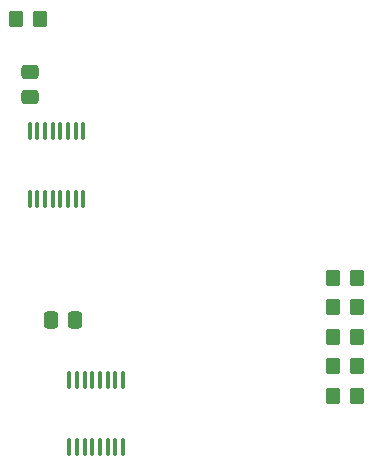
<source format=gtp>
%TF.GenerationSoftware,KiCad,Pcbnew,7.0.6*%
%TF.CreationDate,2023-07-13T14:44:59+02:00*%
%TF.ProjectId,LH_HeadLogicBoard_FreeJoy,4c485f48-6561-4644-9c6f-676963426f61,rev?*%
%TF.SameCoordinates,Original*%
%TF.FileFunction,Paste,Top*%
%TF.FilePolarity,Positive*%
%FSLAX46Y46*%
G04 Gerber Fmt 4.6, Leading zero omitted, Abs format (unit mm)*
G04 Created by KiCad (PCBNEW 7.0.6) date 2023-07-13 14:44:59*
%MOMM*%
%LPD*%
G01*
G04 APERTURE LIST*
G04 Aperture macros list*
%AMRoundRect*
0 Rectangle with rounded corners*
0 $1 Rounding radius*
0 $2 $3 $4 $5 $6 $7 $8 $9 X,Y pos of 4 corners*
0 Add a 4 corners polygon primitive as box body*
4,1,4,$2,$3,$4,$5,$6,$7,$8,$9,$2,$3,0*
0 Add four circle primitives for the rounded corners*
1,1,$1+$1,$2,$3*
1,1,$1+$1,$4,$5*
1,1,$1+$1,$6,$7*
1,1,$1+$1,$8,$9*
0 Add four rect primitives between the rounded corners*
20,1,$1+$1,$2,$3,$4,$5,0*
20,1,$1+$1,$4,$5,$6,$7,0*
20,1,$1+$1,$6,$7,$8,$9,0*
20,1,$1+$1,$8,$9,$2,$3,0*%
G04 Aperture macros list end*
%ADD10RoundRect,0.250000X-0.350000X-0.450000X0.350000X-0.450000X0.350000X0.450000X-0.350000X0.450000X0*%
%ADD11RoundRect,0.250000X-0.337500X-0.475000X0.337500X-0.475000X0.337500X0.475000X-0.337500X0.475000X0*%
%ADD12RoundRect,0.250000X0.475000X-0.337500X0.475000X0.337500X-0.475000X0.337500X-0.475000X-0.337500X0*%
%ADD13RoundRect,0.100000X0.100000X-0.637500X0.100000X0.637500X-0.100000X0.637500X-0.100000X-0.637500X0*%
G04 APERTURE END LIST*
D10*
X59750000Y-65250000D03*
X61750000Y-65250000D03*
X59750000Y-62750000D03*
X61750000Y-62750000D03*
D11*
X35862500Y-58800000D03*
X37937500Y-58800000D03*
D12*
X34050000Y-39912500D03*
X34050000Y-37837500D03*
D10*
X59750000Y-60250000D03*
X61750000Y-60250000D03*
X59750000Y-57750000D03*
X61750000Y-57750000D03*
X32900000Y-33375000D03*
X34900000Y-33375000D03*
X59775000Y-55250000D03*
X61775000Y-55250000D03*
D13*
X37425000Y-69587500D03*
X38075000Y-69587500D03*
X38725000Y-69587500D03*
X39375000Y-69587500D03*
X40025000Y-69587500D03*
X40675000Y-69587500D03*
X41325000Y-69587500D03*
X41975000Y-69587500D03*
X41975000Y-63862500D03*
X41325000Y-63862500D03*
X40675000Y-63862500D03*
X40025000Y-63862500D03*
X39375000Y-63862500D03*
X38725000Y-63862500D03*
X38075000Y-63862500D03*
X37425000Y-63862500D03*
X34050000Y-48569000D03*
X34700000Y-48569000D03*
X35350000Y-48569000D03*
X36000000Y-48569000D03*
X36650000Y-48569000D03*
X37300000Y-48569000D03*
X37950000Y-48569000D03*
X38600000Y-48569000D03*
X38600000Y-42844000D03*
X37950000Y-42844000D03*
X37300000Y-42844000D03*
X36650000Y-42844000D03*
X36000000Y-42844000D03*
X35350000Y-42844000D03*
X34700000Y-42844000D03*
X34050000Y-42844000D03*
M02*

</source>
